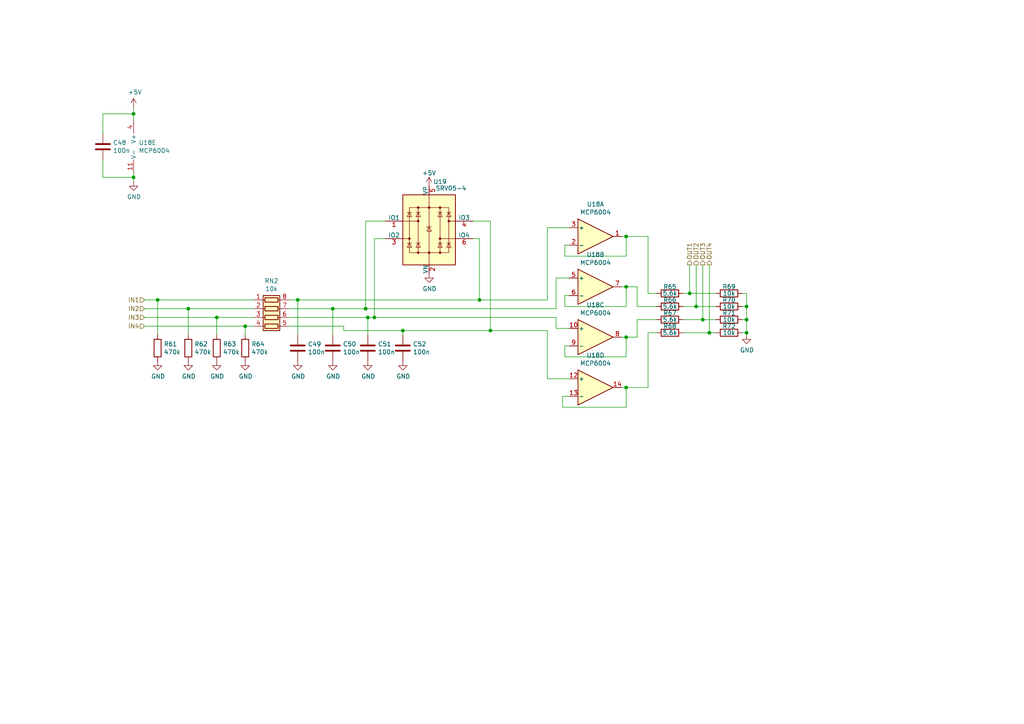
<source format=kicad_sch>
(kicad_sch (version 20211123) (generator eeschema)
  (paper "A4")
  (title_block (title "rusEfi Proteus") (date "2022-04-09") (rev "v0.7") (company "rusEFI") (comment 1 "github.com/mck1117/proteus") (comment 2 "rusefi.com/s/proteus"))
  (lib_symbols
    (symbol "Amplifier_Operational:MCP6004" (pin_names (offset 0.127))
      (property "Reference" "U" (at 0 5.08 0))
      (property "Value" "MCP6004" (at 0 -5.08 0))
      (symbol "MCP6004_1_1"
        (polyline (pts (xy -5.08 5.08) (xy 5.08 0) (xy -5.08 -5.08) (xy -5.08 5.08)) (stroke (width 0.254)) (fill (type background)))
        (pin output line (at 7.62 0 180) (length 2.54) (name "~") (number "1"))
        (pin input line (at -7.62 -2.54 0) (length 2.54) (name "-") (number "2"))
        (pin input line (at -7.62 2.54 0) (length 2.54) (name "+") (number "3"))
      )
      (symbol "MCP6004_2_1"
        (polyline (pts (xy -5.08 5.08) (xy 5.08 0) (xy -5.08 -5.08) (xy -5.08 5.08)) (stroke (width 0.254)) (fill (type background)))
        (pin input line (at -7.62 2.54 0) (length 2.54) (name "+") (number "5"))
        (pin input line (at -7.62 -2.54 0) (length 2.54) (name "-") (number "6"))
        (pin output line (at 7.62 0 180) (length 2.54) (name "~") (number "7"))
      )
      (symbol "MCP6004_3_1"
        (polyline (pts (xy -5.08 5.08) (xy 5.08 0) (xy -5.08 -5.08) (xy -5.08 5.08)) (stroke (width 0.254)) (fill (type background)))
        (pin input line (at -7.62 2.54 0) (length 2.54) (name "+") (number "10"))
        (pin output line (at 7.62 0 180) (length 2.54) (name "~") (number "8"))
        (pin input line (at -7.62 -2.54 0) (length 2.54) (name "-") (number "9"))
      )
      (symbol "MCP6004_4_1"
        (polyline (pts (xy -5.08 5.08) (xy 5.08 0) (xy -5.08 -5.08) (xy -5.08 5.08)) (stroke (width 0.254)) (fill (type background)))
        (pin input line (at -7.62 2.54 0) (length 2.54) (name "+") (number "12"))
        (pin input line (at -7.62 -2.54 0) (length 2.54) (name "-") (number "13"))
        (pin output line (at 7.62 0 180) (length 2.54) (name "~") (number "14"))
      )
      (symbol "MCP6004_5_1"
        (pin power_in line (at -2.54 -7.62 90) (length 3.81) (name "V-") (number "11"))
        (pin power_in line (at -2.54 7.62 270) (length 3.81) (name "V+") (number "4"))
      )
    )
    (symbol "Device:C" (pin_numbers hide) (pin_names (offset 0.254))
      (property "Reference" "C" (at 0.635 2.54 0))
      (property "Value" "C" (at 0.635 -2.54 0))
      (symbol "C_0_1"
        (polyline (pts (xy -2.032 -0.762) (xy 2.032 -0.762)) (stroke (width 0.508)))
        (polyline (pts (xy -2.032 0.762) (xy 2.032 0.762)) (stroke (width 0.508)))
      )
      (symbol "C_1_1"
        (pin passive line (at 0 3.81 270) (length 2.794) (name "~") (number "1"))
        (pin passive line (at 0 -3.81 90) (length 2.794) (name "~") (number "2"))
      )
    )
    (symbol "Device:R" (pin_numbers hide) (pin_names (offset 0))
      (property "Reference" "R" (at 2.032 0 90))
      (property "Value" "R" (at 0 0 90))
      (symbol "R_0_1"
        (rectangle (start -1.016 -2.54) (end 1.016 2.54) (stroke (width 0.254)))
      )
      (symbol "R_1_1"
        (pin passive line (at 0 3.81 270) (length 1.27) (name "~") (number "1"))
        (pin passive line (at 0 -3.81 90) (length 1.27) (name "~") (number "2"))
      )
    )
    (symbol "Device:R_Pack04" (pin_names (offset 0) hide)
      (property "Reference" "RN" (at -7.62 0 90))
      (property "Value" "R_Pack04" (at 5.08 0 90))
      (symbol "R_Pack04_0_1"
        (rectangle (start -6.35 -2.413) (end 3.81 2.413) (stroke (width 0.254)) (fill (type background)))
        (rectangle (start -5.715 1.905) (end -4.445 -1.905) (stroke (width 0.254)))
        (rectangle (start -3.175 1.905) (end -1.905 -1.905) (stroke (width 0.254)))
        (rectangle (start -0.635 1.905) (end 0.635 -1.905) (stroke (width 0.254)))
        (polyline (pts (xy -5.08 -2.54) (xy -5.08 -1.905)))
        (polyline (pts (xy -5.08 1.905) (xy -5.08 2.54)))
        (polyline (pts (xy -2.54 -2.54) (xy -2.54 -1.905)))
        (polyline (pts (xy -2.54 1.905) (xy -2.54 2.54)))
        (polyline (pts (xy 0 -2.54) (xy 0 -1.905)))
        (polyline (pts (xy 0 1.905) (xy 0 2.54)))
        (polyline (pts (xy 2.54 -2.54) (xy 2.54 -1.905)))
        (polyline (pts (xy 2.54 1.905) (xy 2.54 2.54)))
        (rectangle (start 1.905 1.905) (end 3.175 -1.905) (stroke (width 0.254)))
      )
      (symbol "R_Pack04_1_1"
        (pin passive line (at -5.08 -5.08 90) (length 2.54) (name "R1.1") (number "1"))
        (pin passive line (at -2.54 -5.08 90) (length 2.54) (name "R2.1") (number "2"))
        (pin passive line (at 0 -5.08 90) (length 2.54) (name "R3.1") (number "3"))
        (pin passive line (at 2.54 -5.08 90) (length 2.54) (name "R4.1") (number "4"))
        (pin passive line (at 2.54 5.08 270) (length 2.54) (name "R4.2") (number "5"))
        (pin passive line (at 0 5.08 270) (length 2.54) (name "R3.2") (number "6"))
        (pin passive line (at -2.54 5.08 270) (length 2.54) (name "R2.2") (number "7"))
        (pin passive line (at -5.08 5.08 270) (length 2.54) (name "R1.2") (number "8"))
      )
    )
    (symbol "Power_Protection:SRV05-4" (pin_names (offset 0))
      (property "Reference" "U" (at -5.08 11.43 0))
      (property "Value" "SRV05-4" (at 2.54 11.43 0))
      (symbol "SRV05-4_0_0"
        (rectangle (start -5.715 6.477) (end 5.715 -6.604))
        (polyline (pts (xy -3.175 -6.604) (xy -3.175 6.477)))
        (polyline (pts (xy 3.175 6.477) (xy 3.175 -6.604)))
      )
      (symbol "SRV05-4_0_1"
        (rectangle (start -7.62 10.16) (end 7.62 -10.16) (stroke (width 0.254)) (fill (type background)))
        (circle (center -5.715 -2.54) (radius 0.2794) (fill (type outline)))
        (circle (center -3.175 -6.604) (radius 0.2794) (fill (type outline)))
        (circle (center -3.175 2.54) (radius 0.2794) (fill (type outline)))
        (circle (center -3.175 6.477) (radius 0.2794) (fill (type outline)))
        (circle (center 0 -6.604) (radius 0.2794) (fill (type outline)))
        (polyline (pts (xy -7.747 2.54) (xy -3.175 2.54)))
        (polyline (pts (xy -7.62 -2.54) (xy -5.715 -2.54)))
        (polyline (pts (xy -5.08 -3.81) (xy -6.35 -3.81)))
        (polyline (pts (xy -5.08 5.08) (xy -6.35 5.08)))
        (polyline (pts (xy -2.54 -3.81) (xy -3.81 -3.81)))
        (polyline (pts (xy -2.54 5.08) (xy -3.81 5.08)))
        (polyline (pts (xy 0 10.16) (xy 0 -10.16)))
        (polyline (pts (xy 3.81 -3.81) (xy 2.54 -3.81)))
        (polyline (pts (xy 3.81 5.08) (xy 2.54 5.08)))
        (polyline (pts (xy 6.35 -3.81) (xy 5.08 -3.81)))
        (polyline (pts (xy 6.35 5.08) (xy 5.08 5.08)))
        (polyline (pts (xy 7.62 -2.54) (xy 3.175 -2.54)))
        (polyline (pts (xy 7.62 2.54) (xy 5.715 2.54)))
        (polyline (pts (xy 0.635 0.889) (xy -0.635 0.889) (xy -0.635 0.635)))
        (polyline (pts (xy -5.08 -5.08) (xy -6.35 -5.08) (xy -5.715 -3.81) (xy -5.08 -5.08)))
        (polyline (pts (xy -5.08 3.81) (xy -6.35 3.81) (xy -5.715 5.08) (xy -5.08 3.81)))
        (polyline (pts (xy -2.54 -5.08) (xy -3.81 -5.08) (xy -3.175 -3.81) (xy -2.54 -5.08)))
        (polyline (pts (xy -2.54 3.81) (xy -3.81 3.81) (xy -3.175 5.08) (xy -2.54 3.81)))
        (polyline (pts (xy 0.635 -0.381) (xy -0.635 -0.381) (xy 0 0.889) (xy 0.635 -0.381)))
        (polyline (pts (xy 3.81 -5.08) (xy 2.54 -5.08) (xy 3.175 -3.81) (xy 3.81 -5.08)))
        (polyline (pts (xy 3.81 3.81) (xy 2.54 3.81) (xy 3.175 5.08) (xy 3.81 3.81)))
        (polyline (pts (xy 6.35 -5.08) (xy 5.08 -5.08) (xy 5.715 -3.81) (xy 6.35 -5.08)))
        (polyline (pts (xy 6.35 3.81) (xy 5.08 3.81) (xy 5.715 5.08) (xy 6.35 3.81)))
        (circle (center 0 6.477) (radius 0.2794) (fill (type outline)))
        (circle (center 3.175 -6.604) (radius 0.2794) (fill (type outline)))
        (circle (center 3.175 -2.54) (radius 0.2794) (fill (type outline)))
        (circle (center 3.175 6.477) (radius 0.2794) (fill (type outline)))
        (circle (center 5.715 2.54) (radius 0.2794) (fill (type outline)))
      )
      (symbol "SRV05-4_1_1"
        (pin passive line (at -12.7 2.54 0) (length 5.08) (name "IO1") (number "1"))
        (pin passive line (at 0 -12.7 90) (length 2.54) (name "VN") (number "2"))
        (pin passive line (at -12.7 -2.54 0) (length 5.08) (name "IO2") (number "3"))
        (pin passive line (at 12.7 2.54 180) (length 5.08) (name "IO3") (number "4"))
        (pin passive line (at 0 12.7 270) (length 2.54) (name "VP") (number "5"))
        (pin passive line (at 12.7 -2.54 180) (length 5.08) (name "IO4") (number "6"))
      )
    )
    (symbol "power:+5V" (power) (pin_names (offset 0))
      (property "Value" "+5V" (at 0 3.556 0))
      (symbol "+5V_0_1"
        (polyline (pts (xy -0.762 1.27) (xy 0 2.54)))
        (polyline (pts (xy 0 0) (xy 0 2.54)))
        (polyline (pts (xy 0 2.54) (xy 0.762 1.27)))
      )
      (symbol "+5V_1_1"
        (pin power_in line (at 0 0 90) (length 0) hide (name "+5V") (number "1"))
      )
    )
    (symbol "power:GND" (power) (pin_names (offset 0))
      (property "Value" "GND" (at 0 -3.81 0))
      (symbol "GND_0_1"
        (polyline (pts (xy 0 0) (xy 0 -1.27) (xy 1.27 -1.27) (xy 0 -2.54) (xy -1.27 -1.27) (xy 0 -1.27)))
      )
      (symbol "GND_1_1"
        (pin power_in line (at 0 0 270) (length 0) hide (name "GND") (number "1"))
      )
    )
  )
  (junction (at 106.68 92.075))
  (junction (at 200.025 85.09))
  (junction (at 205.74 96.52))
  (junction (at 181.61 112.395))
  (junction (at 54.61 89.535))
  (junction (at 181.61 83.185))
  (junction (at 216.535 88.9))
  (junction (at 38.735 51.435))
  (junction (at 216.535 92.71))
  (junction (at 86.36 86.995))
  (junction (at 181.61 68.58))
  (junction (at 71.12 94.615))
  (junction (at 108.585 92.075))
  (junction (at 38.735 33.02))
  (junction (at 142.24 95.885))
  (junction (at 116.84 95.885))
  (junction (at 106.045 89.535))
  (junction (at 203.835 92.71))
  (junction (at 181.61 97.79))
  (junction (at 45.72 86.995))
  (junction (at 201.93 88.9))
  (junction (at 62.865 92.075))
  (junction (at 96.52 89.535))
  (junction (at 216.535 96.52))
  (junction (at 139.065 86.995))
  (wire (pts (xy 137.16 69.215) (xy 139.065 69.215)))
  (wire (pts (xy 181.61 97.79) (xy 184.785 97.79)))
  (wire (pts (xy 216.535 92.71) (xy 216.535 88.9)))
  (wire (pts (xy 165.1 80.645) (xy 161.29 80.645)))
  (wire (pts (xy 73.66 92.075) (xy 62.865 92.075)))
  (wire (pts (xy 54.61 97.155) (xy 54.61 89.535)))
  (wire (pts (xy 54.61 89.535) (xy 73.66 89.535)))
  (wire (pts (xy 187.96 85.09) (xy 187.96 68.58)))
  (wire (pts (xy 83.82 94.615) (xy 99.695 94.615)))
  (wire (pts (xy 161.29 95.25) (xy 165.1 95.25)))
  (wire (pts (xy 181.61 83.185) (xy 184.785 83.185)))
  (wire (pts (xy 163.83 88.9) (xy 181.61 88.9)))
  (wire (pts (xy 158.75 66.04) (xy 165.1 66.04)))
  (wire (pts (xy 106.68 92.075) (xy 106.68 97.155)))
  (wire (pts (xy 96.52 89.535) (xy 106.045 89.535)))
  (wire (pts (xy 165.1 114.935) (xy 163.195 114.935)))
  (wire (pts (xy 201.93 76.835) (xy 201.93 88.9)))
  (wire (pts (xy 158.75 109.855) (xy 165.1 109.855)))
  (wire (pts (xy 216.535 97.155) (xy 216.535 96.52)))
  (wire (pts (xy 205.74 96.52) (xy 198.12 96.52)))
  (wire (pts (xy 38.735 52.705) (xy 38.735 51.435)))
  (wire (pts (xy 111.76 69.215) (xy 108.585 69.215)))
  (wire (pts (xy 86.36 86.995) (xy 139.065 86.995)))
  (wire (pts (xy 181.61 88.9) (xy 181.61 83.185)))
  (wire (pts (xy 161.29 80.645) (xy 161.29 89.535)))
  (wire (pts (xy 163.83 103.505) (xy 181.61 103.505)))
  (wire (pts (xy 216.535 88.9) (xy 215.265 88.9)))
  (wire (pts (xy 111.76 64.135) (xy 106.045 64.135)))
  (wire (pts (xy 142.24 64.135) (xy 142.24 95.885)))
  (wire (pts (xy 99.695 94.615) (xy 99.695 95.885)))
  (wire (pts (xy 139.065 69.215) (xy 139.065 86.995)))
  (wire (pts (xy 184.785 92.71) (xy 190.5 92.71)))
  (wire (pts (xy 38.735 31.115) (xy 38.735 33.02)))
  (wire (pts (xy 181.61 112.395) (xy 180.34 112.395)))
  (wire (pts (xy 190.5 85.09) (xy 187.96 85.09)))
  (wire (pts (xy 181.61 68.58) (xy 180.34 68.58)))
  (wire (pts (xy 216.535 92.71) (xy 215.265 92.71)))
  (wire (pts (xy 165.1 85.725) (xy 163.83 85.725)))
  (wire (pts (xy 142.24 95.885) (xy 158.75 95.885)))
  (wire (pts (xy 163.83 71.12) (xy 163.83 74.295)))
  (wire (pts (xy 163.83 74.295) (xy 181.61 74.295)))
  (wire (pts (xy 96.52 89.535) (xy 96.52 97.155)))
  (wire (pts (xy 216.535 96.52) (xy 216.535 92.71)))
  (wire (pts (xy 62.865 92.075) (xy 62.865 97.155)))
  (wire (pts (xy 29.845 51.435) (xy 29.845 46.355)))
  (wire (pts (xy 163.195 118.11) (xy 181.61 118.11)))
  (wire (pts (xy 184.785 97.79) (xy 184.785 92.71)))
  (wire (pts (xy 187.96 96.52) (xy 187.96 112.395)))
  (wire (pts (xy 99.695 95.885) (xy 116.84 95.885)))
  (wire (pts (xy 163.83 100.33) (xy 163.83 103.505)))
  (wire (pts (xy 54.61 89.535) (xy 41.91 89.535)))
  (wire (pts (xy 198.12 85.09) (xy 200.025 85.09)))
  (wire (pts (xy 200.025 85.09) (xy 207.645 85.09)))
  (wire (pts (xy 181.61 118.11) (xy 181.61 112.395)))
  (wire (pts (xy 41.91 86.995) (xy 45.72 86.995)))
  (wire (pts (xy 165.1 100.33) (xy 163.83 100.33)))
  (wire (pts (xy 203.835 92.71) (xy 207.645 92.71)))
  (wire (pts (xy 190.5 96.52) (xy 187.96 96.52)))
  (wire (pts (xy 83.82 92.075) (xy 106.68 92.075)))
  (wire (pts (xy 106.045 89.535) (xy 161.29 89.535)))
  (wire (pts (xy 184.785 88.9) (xy 190.5 88.9)))
  (wire (pts (xy 187.96 112.395) (xy 181.61 112.395)))
  (wire (pts (xy 29.845 33.02) (xy 38.735 33.02)))
  (wire (pts (xy 200.025 85.09) (xy 200.025 76.835)))
  (wire (pts (xy 158.75 86.995) (xy 158.75 66.04)))
  (wire (pts (xy 116.84 95.885) (xy 142.24 95.885)))
  (wire (pts (xy 38.735 33.02) (xy 38.735 34.925)))
  (wire (pts (xy 139.065 86.995) (xy 158.75 86.995)))
  (wire (pts (xy 137.16 64.135) (xy 142.24 64.135)))
  (wire (pts (xy 216.535 96.52) (xy 215.265 96.52)))
  (wire (pts (xy 187.96 68.58) (xy 181.61 68.58)))
  (wire (pts (xy 29.845 38.735) (xy 29.845 33.02)))
  (wire (pts (xy 45.72 86.995) (xy 45.72 97.155)))
  (wire (pts (xy 163.195 114.935) (xy 163.195 118.11)))
  (wire (pts (xy 158.75 95.885) (xy 158.75 109.855)))
  (wire (pts (xy 205.74 96.52) (xy 205.74 76.835)))
  (wire (pts (xy 181.61 74.295) (xy 181.61 68.58)))
  (wire (pts (xy 216.535 85.09) (xy 216.535 88.9)))
  (wire (pts (xy 181.61 97.79) (xy 180.34 97.79)))
  (wire (pts (xy 198.12 92.71) (xy 203.835 92.71)))
  (wire (pts (xy 181.61 103.505) (xy 181.61 97.79)))
  (wire (pts (xy 38.735 51.435) (xy 29.845 51.435)))
  (wire (pts (xy 181.61 83.185) (xy 180.34 83.185)))
  (wire (pts (xy 71.12 94.615) (xy 73.66 94.615)))
  (wire (pts (xy 38.735 51.435) (xy 38.735 50.165)))
  (wire (pts (xy 108.585 92.075) (xy 161.29 92.075)))
  (wire (pts (xy 201.93 88.9) (xy 198.12 88.9)))
  (wire (pts (xy 86.36 97.155) (xy 86.36 86.995)))
  (wire (pts (xy 116.84 97.155) (xy 116.84 95.885)))
  (wire (pts (xy 207.645 88.9) (xy 201.93 88.9)))
  (wire (pts (xy 203.835 76.835) (xy 203.835 92.71)))
  (wire (pts (xy 215.265 85.09) (xy 216.535 85.09)))
  (wire (pts (xy 106.045 64.135) (xy 106.045 89.535)))
  (wire (pts (xy 86.36 86.995) (xy 83.82 86.995)))
  (wire (pts (xy 71.12 97.155) (xy 71.12 94.615)))
  (wire (pts (xy 161.29 92.075) (xy 161.29 95.25)))
  (wire (pts (xy 83.82 89.535) (xy 96.52 89.535)))
  (wire (pts (xy 165.1 71.12) (xy 163.83 71.12)))
  (wire (pts (xy 184.785 83.185) (xy 184.785 88.9)))
  (wire (pts (xy 163.83 85.725) (xy 163.83 88.9)))
  (wire (pts (xy 207.645 96.52) (xy 205.74 96.52)))
  (wire (pts (xy 106.68 92.075) (xy 108.585 92.075)))
  (wire (pts (xy 108.585 69.215) (xy 108.585 92.075)))
  (wire (pts (xy 41.91 92.075) (xy 62.865 92.075)))
  (wire (pts (xy 45.72 86.995) (xy 73.66 86.995)))
  (wire (pts (xy 71.12 94.615) (xy 41.91 94.615)))
  (hierarchical_label "OUT2" (shape output) (at 201.93 76.835 90))
  (hierarchical_label "OUT1" (shape output) (at 200.025 76.835 90))
  (hierarchical_label "OUT4" (shape output) (at 205.74 76.835 90))
  (hierarchical_label "IN4" (shape input) (at 41.91 94.615 180))
  (hierarchical_label "IN3" (shape input) (at 41.91 92.075 180))
  (hierarchical_label "OUT3" (shape output) (at 203.835 76.835 90))
  (hierarchical_label "IN2" (shape input) (at 41.91 89.535 180))
  (hierarchical_label "IN1" (shape input) (at 41.91 86.995 180))
  (symbol (lib_id "Amplifier_Operational:MCP6004") (at 172.72 68.58 0) (unit 1)
    (property "Reference" "U18" (at 172.72 59.2582 0))
    (property "Value" "MCP6004" (at 172.72 61.5696 0))
    (property "Footprint" "Package_SO:TSSOP-14_4.4x5mm_P0.65mm" (effects hide))
    (property "Datasheet" "http://ww1.microchip.com/downloads/en/DeviceDoc/21733j.pdf" (effects hide))
    (property "PN" "MCP6004T-I/ST" (effects hide))
    (property "LCSC" "C50282" (effects hide))
    (property "LCSC_ext" "1" (effects hide))
    (property "possible_not_ext" "1" (effects hide))
  )
  (symbol (lib_id "Amplifier_Operational:MCP6004") (at 172.72 83.185 0) (unit 2)
    (property "Reference" "U18" (at 172.72 73.8632 0))
    (property "Value" "MCP6004" (at 172.72 76.1746 0))
    (property "Footprint" "Package_SO:TSSOP-14_4.4x5mm_P0.65mm" (effects hide))
    (property "Datasheet" "http://ww1.microchip.com/downloads/en/DeviceDoc/21733j.pdf" (effects hide))
    (property "PN" "MCP6004T-I/ST" (effects hide))
    (property "LCSC" "C50282" (effects hide))
    (property "LCSC_ext" "1" (effects hide))
    (property "possible_not_ext" "1" (effects hide))
  )
  (symbol (lib_id "Amplifier_Operational:MCP6004") (at 172.72 97.79 0) (unit 3)
    (property "Reference" "U18" (at 172.72 88.4682 0))
    (property "Value" "MCP6004" (at 172.72 90.7796 0))
    (property "Footprint" "Package_SO:TSSOP-14_4.4x5mm_P0.65mm" (effects hide))
    (property "Datasheet" "http://ww1.microchip.com/downloads/en/DeviceDoc/21733j.pdf" (effects hide))
    (property "PN" "MCP6004T-I/ST" (effects hide))
    (property "LCSC" "C50282" (effects hide))
    (property "LCSC_ext" "1" (effects hide))
    (property "possible_not_ext" "1" (effects hide))
  )
  (symbol (lib_id "Amplifier_Operational:MCP6004") (at 172.72 112.395 0) (unit 4)
    (property "Reference" "U18" (at 172.72 103.0732 0))
    (property "Value" "MCP6004" (at 172.72 105.3846 0))
    (property "Footprint" "Package_SO:TSSOP-14_4.4x5mm_P0.65mm" (effects hide))
    (property "Datasheet" "http://ww1.microchip.com/downloads/en/DeviceDoc/21733j.pdf" (effects hide))
    (property "PN" "MCP6004T-I/ST" (effects hide))
    (property "LCSC" "C50282" (effects hide))
    (property "LCSC_ext" "1" (effects hide))
    (property "possible_not_ext" "1" (effects hide))
  )
  (symbol (lib_id "Device:R") (at 54.61 100.965 0) (unit 1)
    (property "Reference" "R62" (at 56.388 99.7966 0) (effects (justify left)))
    (property "Value" "470k" (at 56.388 102.108 0) (effects (justify left)))
    (property "Footprint" "Resistor_SMD:R_0402_1005Metric" (effects hide))
    (property "LCSC" "C25790" (effects hide))
    (property "LCSC_ext" "0" (effects hide))
  )
  (symbol (lib_id "Device:R") (at 62.865 100.965 0) (unit 1)
    (property "Reference" "R63" (at 64.643 99.7966 0) (effects (justify left)))
    (property "Value" "470k" (at 64.643 102.108 0) (effects (justify left)))
    (property "Footprint" "Resistor_SMD:R_0402_1005Metric" (effects hide))
    (property "LCSC" "C25790" (effects hide))
    (property "LCSC_ext" "0" (effects hide))
  )
  (symbol (lib_id "Device:R") (at 71.12 100.965 0) (unit 1)
    (property "Reference" "R64" (at 72.898 99.7966 0) (effects (justify left)))
    (property "Value" "470k" (at 72.898 102.108 0) (effects (justify left)))
    (property "Footprint" "Resistor_SMD:R_0402_1005Metric" (effects hide))
    (property "LCSC" "C25790" (effects hide))
    (property "LCSC_ext" "0" (effects hide))
  )
  (symbol (lib_id "power:GND") (at 45.72 104.775 0) (unit 1)
    (property "Reference" "#PWR0113" (effects hide))
    (property "Value" "GND" (at 45.847 109.1692 0))
  )
  (symbol (lib_id "power:GND") (at 54.61 104.775 0) (unit 1)
    (property "Reference" "#PWR0114" (effects hide))
    (property "Value" "GND" (at 54.737 109.1692 0))
  )
  (symbol (lib_id "power:GND") (at 62.865 104.775 0) (unit 1)
    (property "Reference" "#PWR0115" (effects hide))
    (property "Value" "GND" (at 62.992 109.1692 0))
  )
  (symbol (lib_id "power:GND") (at 71.12 104.775 0) (unit 1)
    (property "Reference" "#PWR0116" (effects hide))
    (property "Value" "GND" (at 71.247 109.1692 0))
  )
  (symbol (lib_id "power:GND") (at 86.36 104.775 0) (unit 1)
    (property "Reference" "#PWR0117" (effects hide))
    (property "Value" "GND" (at 86.487 109.1692 0))
  )
  (symbol (lib_id "power:GND") (at 96.52 104.775 0) (unit 1)
    (property "Reference" "#PWR0118" (effects hide))
    (property "Value" "GND" (at 96.647 109.1692 0))
  )
  (symbol (lib_id "Amplifier_Operational:MCP6004") (at 41.275 42.545 0) (unit 5)
    (property "Reference" "U18" (at 40.2082 41.3766 0) (effects (justify left)))
    (property "Value" "MCP6004" (at 40.2082 43.688 0) (effects (justify left)))
    (property "Footprint" "Package_SO:TSSOP-14_4.4x5mm_P0.65mm" (effects hide))
    (property "Datasheet" "http://ww1.microchip.com/downloads/en/DeviceDoc/21733j.pdf" (effects hide))
    (property "PN" "MCP6004T-I/ST" (effects hide))
    (property "LCSC" "C50282" (effects hide))
    (property "LCSC_ext" "1" (effects hide))
    (property "possible_not_ext" "1" (effects hide))
  )
  (symbol (lib_id "Device:R_Pack04") (at 78.74 92.075 270) (unit 1)
    (property "Reference" "RN2" (at 78.74 81.4832 90))
    (property "Value" "10k" (at 78.74 83.7946 90))
    (property "Footprint" "Resistor_SMD:R_Array_Convex_4x0603" (effects hide))
    (property "PN" "CAT16-1002F4LF" (effects hide))
    (property "LCSC" "C29718" (effects hide))
    (property "LCSC_ext" "0" (effects hide))
  )
  (symbol (lib_id "Device:R") (at 45.72 100.965 0) (unit 1)
    (property "Reference" "R61" (at 47.498 99.7966 0) (effects (justify left)))
    (property "Value" "470k" (at 47.498 102.108 0) (effects (justify left)))
    (property "Footprint" "Resistor_SMD:R_0402_1005Metric" (effects hide))
    (property "LCSC" "C25790" (effects hide))
    (property "LCSC_ext" "0" (effects hide))
  )
  (symbol (lib_id "Device:C") (at 29.845 42.545 0) (unit 1)
    (property "Reference" "C48" (at 32.766 41.3766 0) (effects (justify left)))
    (property "Value" "100n" (at 32.766 43.688 0) (effects (justify left)))
    (property "Footprint" "Capacitor_SMD:C_0603_1608Metric" (effects hide))
    (property "LCSC" "C14663" (effects hide))
    (property "LCSC_ext" "0" (effects hide))
  )
  (symbol (lib_id "power:GND") (at 38.735 52.705 0) (unit 1)
    (property "Reference" "#PWR0112" (effects hide))
    (property "Value" "GND" (at 38.862 57.0992 0))
  )
  (symbol (lib_id "power:GND") (at 106.68 104.775 0) (unit 1)
    (property "Reference" "#PWR0119" (effects hide))
    (property "Value" "GND" (at 106.807 109.1692 0))
  )
  (symbol (lib_id "power:GND") (at 116.84 104.775 0) (unit 1)
    (property "Reference" "#PWR0120" (effects hide))
    (property "Value" "GND" (at 116.967 109.1692 0))
  )
  (symbol (lib_id "power:GND") (at 216.535 97.155 0) (unit 1)
    (property "Reference" "#PWR0123" (effects hide))
    (property "Value" "GND" (at 216.662 101.5492 0))
  )
  (symbol (lib_id "power:+5V") (at 38.735 31.115 0) (unit 1)
    (property "Reference" "#PWR0111" (effects hide))
    (property "Value" "+5V" (at 39.116 26.7208 0))
  )
  (symbol (lib_id "Device:R") (at 194.31 85.09 270) (unit 1)
    (property "Reference" "R65" (at 194.31 83.185 90))
    (property "Value" "5.6k" (at 194.31 85.09 90))
    (property "Footprint" "Resistor_SMD:R_0402_1005Metric" (effects hide))
    (property "LCSC" "C25908" (effects hide))
    (property "LCSC_ext" "0" (effects hide))
  )
  (symbol (lib_id "Device:R") (at 194.31 88.9 270) (unit 1)
    (property "Reference" "R66" (at 194.31 86.995 90))
    (property "Value" "5.6k" (at 194.31 88.9 90))
    (property "Footprint" "Resistor_SMD:R_0402_1005Metric" (effects hide))
    (property "LCSC" "C25908" (effects hide))
    (property "LCSC_ext" "0" (effects hide))
  )
  (symbol (lib_id "Device:R") (at 194.31 92.71 270) (unit 1)
    (property "Reference" "R67" (at 194.31 90.805 90))
    (property "Value" "5.6k" (at 194.31 92.71 90))
    (property "Footprint" "Resistor_SMD:R_0402_1005Metric" (effects hide))
    (property "LCSC" "C25908" (effects hide))
    (property "LCSC_ext" "0" (effects hide))
  )
  (symbol (lib_id "Device:R") (at 194.31 96.52 270) (unit 1)
    (property "Reference" "R68" (at 194.31 94.615 90))
    (property "Value" "5.6k" (at 194.31 96.52 90))
    (property "Footprint" "Resistor_SMD:R_0402_1005Metric" (effects hide))
    (property "LCSC" "C25908" (effects hide))
    (property "LCSC_ext" "0" (effects hide))
  )
  (symbol (lib_id "Device:R") (at 211.455 85.09 270) (unit 1)
    (property "Reference" "R69" (at 211.455 83.185 90))
    (property "Value" "10k" (at 211.455 85.09 90))
    (property "Footprint" "Resistor_SMD:R_0402_1005Metric" (effects hide))
    (property "LCSC" "C25744" (effects hide))
    (property "LCSC_ext" "0" (effects hide))
  )
  (symbol (lib_id "Device:R") (at 211.455 88.9 270) (unit 1)
    (property "Reference" "R70" (at 211.455 86.995 90))
    (property "Value" "10k" (at 211.455 88.9 90))
    (property "Footprint" "Resistor_SMD:R_0402_1005Metric" (effects hide))
    (property "LCSC" "C25744" (effects hide))
    (property "LCSC_ext" "0" (effects hide))
  )
  (symbol (lib_id "Device:R") (at 211.455 92.71 270) (unit 1)
    (property "Reference" "R71" (at 211.455 90.805 90))
    (property "Value" "10k" (at 211.455 92.71 90))
    (property "Footprint" "Resistor_SMD:R_0402_1005Metric" (effects hide))
    (property "LCSC" "C25744" (effects hide))
    (property "LCSC_ext" "0" (effects hide))
  )
  (symbol (lib_id "Device:R") (at 211.455 96.52 270) (unit 1)
    (property "Reference" "R72" (at 211.455 94.615 90))
    (property "Value" "10k" (at 211.455 96.52 90))
    (property "Footprint" "Resistor_SMD:R_0402_1005Metric" (effects hide))
    (property "LCSC" "C25744" (effects hide))
    (property "LCSC_ext" "0" (effects hide))
  )
  (symbol (lib_id "Device:C") (at 86.36 100.965 0) (unit 1)
    (property "Reference" "C49" (at 89.281 99.7966 0) (effects (justify left)))
    (property "Value" "100n" (at 89.281 102.108 0) (effects (justify left)))
    (property "Footprint" "Capacitor_SMD:C_0402_1005Metric" (effects hide))
    (property "LCSC" "C1525" (effects hide))
    (property "LCSC_ext" "0" (effects hide))
  )
  (symbol (lib_id "Device:C") (at 96.52 100.965 0) (unit 1)
    (property "Reference" "C50" (at 99.441 99.7966 0) (effects (justify left)))
    (property "Value" "100n" (at 99.441 102.108 0) (effects (justify left)))
    (property "Footprint" "Capacitor_SMD:C_0402_1005Metric" (effects hide))
    (property "LCSC" "C1525" (effects hide))
    (property "LCSC_ext" "0" (effects hide))
  )
  (symbol (lib_id "Device:C") (at 106.68 100.965 0) (unit 1)
    (property "Reference" "C51" (at 109.601 99.7966 0) (effects (justify left)))
    (property "Value" "100n" (at 109.601 102.108 0) (effects (justify left)))
    (property "Footprint" "Capacitor_SMD:C_0402_1005Metric" (effects hide))
    (property "LCSC" "C1525" (effects hide))
    (property "LCSC_ext" "0" (effects hide))
  )
  (symbol (lib_id "Device:C") (at 116.84 100.965 0) (unit 1)
    (property "Reference" "C52" (at 119.761 99.7966 0) (effects (justify left)))
    (property "Value" "100n" (at 119.761 102.108 0) (effects (justify left)))
    (property "Footprint" "Capacitor_SMD:C_0402_1005Metric" (effects hide))
    (property "LCSC" "C1525" (effects hide))
    (property "LCSC_ext" "0" (effects hide))
  )
  (symbol (lib_id "Power_Protection:SRV05-4") (at 124.46 66.675 0) (unit 1)
    (property "Reference" "U19" (at 127.635 52.705 0))
    (property "Value" "SRV05-4" (at 130.81 54.61 0))
    (property "Footprint" "Package_TO_SOT_SMD:SOT-23-6" (effects hide))
    (property "Datasheet" "http://www.onsemi.com/pub/Collateral/SRV05-4-D.PDF" (effects hide))
    (property "LCSC" "C85364" (effects hide))
    (property "LCSC_ext" "0" (effects hide))
  )
  (symbol (lib_id "power:GND") (at 124.46 79.375 0) (unit 1)
    (property "Reference" "#PWR0122" (effects hide))
    (property "Value" "GND" (at 124.587 83.7692 0))
  )
  (symbol (lib_id "power:+5V") (at 124.46 53.975 0) (unit 1)
    (property "Reference" "#PWR0121" (effects hide))
    (property "Value" "+5V" (at 124.46 50.165 0))
  )
)
</source>
